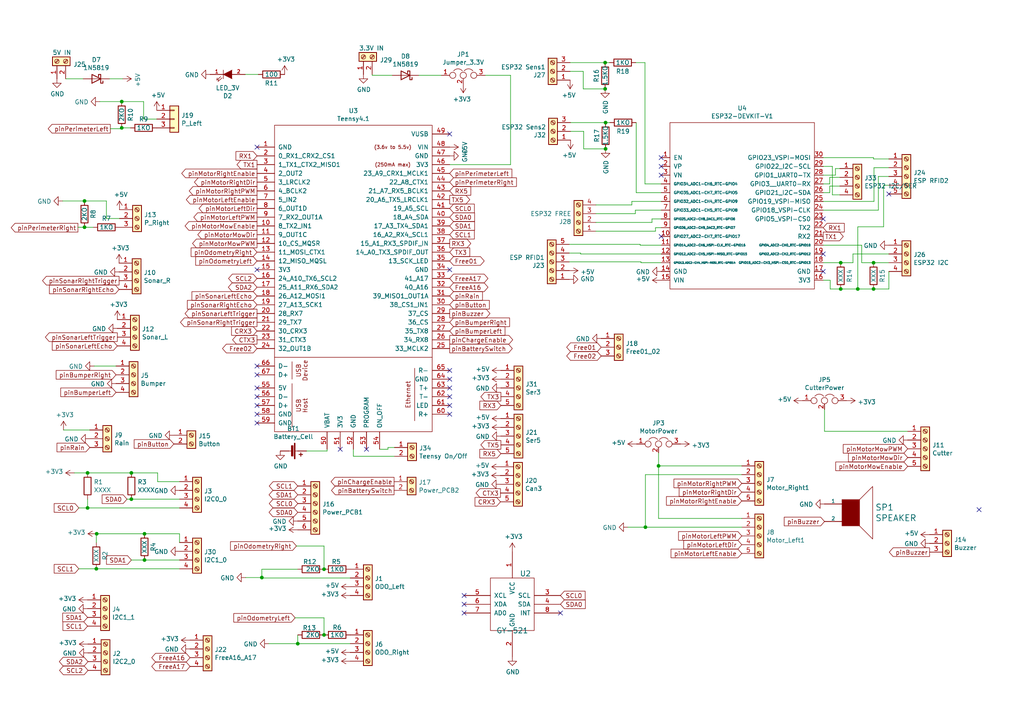
<source format=kicad_sch>
(kicad_sch (version 20210406) (generator eeschema)
  (paper "A4")
  (title_block (title "Ardumower DUE Basic Board") (date "2021-04-06") (rev "v1.0"))
  (junction (at 24.511 58.293) (diameter 0.9144))
  (junction (at 24.511 65.913) (diameter 0.9144))
  (junction (at 25.4 137.16) (diameter 0.9144))
  (junction (at 25.4 147.32) (diameter 0.9144))
  (junction (at 27.94 164.973) (diameter 0.9144))
  (junction (at 28.0416 154.813) (diameter 0.9144))
  (junction (at 35.306 29.464) (diameter 0.9144))
  (junction (at 35.306 37.084) (diameter 0.9144))
  (junction (at 38.1 137.16) (diameter 0.9144))
  (junction (at 38.1 144.78) (diameter 0.9144))
  (junction (at 41.91 154.813) (diameter 0.9144))
  (junction (at 41.91 162.433) (diameter 0.9144))
  (junction (at 75.946 167.513) (diameter 0.9144))
  (junction (at 86.36 186.69) (diameter 0.9144))
  (junction (at 93.98 165.1) (diameter 0.9144))
  (junction (at 93.98 184.15) (diameter 0.9144))
  (junction (at 175.514 18.161) (diameter 0.9144))
  (junction (at 175.514 25.781) (diameter 0.9144))
  (junction (at 175.641 35.56) (diameter 0.9144))
  (junction (at 175.641 43.18) (diameter 0.9144))
  (junction (at 187.198 152.908) (diameter 0.9144))
  (junction (at 191.008 135.128) (diameter 0.9144))
  (junction (at 243.84 76.2) (diameter 0.9144))
  (junction (at 243.84 83.82) (diameter 0.9144))
  (junction (at 248.793 83.82) (diameter 0.9144))
  (junction (at 253.365 76.2) (diameter 0.9144))
  (junction (at 253.365 83.82) (diameter 0.9144))
  (no_connect (at 74.549 42.672))
  (no_connect (at 74.549 78.232))
  (no_connect (at 74.549 106.172))
  (no_connect (at 74.549 108.712))
  (no_connect (at 74.549 112.522))
  (no_connect (at 74.549 115.062))
  (no_connect (at 74.549 117.602))
  (no_connect (at 74.549 120.142))
  (no_connect (at 74.549 122.682))
  (no_connect (at 98.679 130.302))
  (no_connect (at 106.299 130.302))
  (no_connect (at 130.429 38.862))
  (no_connect (at 130.429 78.232))
  (no_connect (at 130.429 107.442))
  (no_connect (at 130.429 109.982))
  (no_connect (at 130.429 112.522))
  (no_connect (at 130.429 115.062))
  (no_connect (at 130.429 117.602))
  (no_connect (at 130.429 120.142))
  (no_connect (at 134.62 172.72))
  (no_connect (at 134.62 175.26))
  (no_connect (at 134.62 177.8))
  (no_connect (at 162.56 177.8))
  (no_connect (at 191.77 45.72))
  (no_connect (at 191.77 48.26))
  (no_connect (at 191.77 50.8))
  (no_connect (at 191.77 68.58))
  (no_connect (at 238.76 63.5))
  (no_connect (at 238.76 73.66))
  (no_connect (at 238.76 78.74))
  (no_connect (at 257.81 56.261))
  (no_connect (at 283.972 147.828))
  (wire (pts (xy 18.161 58.293) (xy 24.511 58.293)))
  (wire (pts (xy 18.415 124.714) (xy 26.035 124.714)))
  (wire (pts (xy 19.05 22.86) (xy 24.13 22.86)))
  (wire (pts (xy 21.59 137.16) (xy 25.4 137.16)))
  (wire (pts (xy 22.606 65.913) (xy 24.511 65.913)))
  (wire (pts (xy 22.86 147.32) (xy 25.4 147.32)))
  (wire (pts (xy 22.86 164.973) (xy 27.94 164.973)))
  (wire (pts (xy 25.4 144.78) (xy 25.4 147.32)))
  (wire (pts (xy 25.4 147.32) (xy 52.07 147.32)))
  (wire (pts (xy 27.051 65.913) (xy 24.511 65.913)))
  (wire (pts (xy 27.305 106.172) (xy 33.655 106.172)))
  (wire (pts (xy 27.94 157.353) (xy 27.94 154.813)))
  (wire (pts (xy 27.94 164.973) (xy 52.07 164.973)))
  (wire (pts (xy 28.0416 154.813) (xy 27.94 154.813)))
  (wire (pts (xy 28.956 29.464) (xy 35.306 29.464)))
  (wire (pts (xy 30.861 58.293) (xy 24.511 58.293)))
  (wire (pts (xy 30.861 58.293) (xy 30.861 63.373)))
  (wire (pts (xy 30.861 63.373) (xy 34.671 63.373)))
  (wire (pts (xy 31.75 22.86) (xy 35.56 22.86)))
  (wire (pts (xy 32.004 37.338) (xy 35.306 37.338)))
  (wire (pts (xy 35.306 37.084) (xy 37.846 37.084)))
  (wire (pts (xy 35.306 37.338) (xy 35.306 37.084)))
  (wire (pts (xy 36.83 144.78) (xy 38.1 144.78)))
  (wire (pts (xy 38.1 137.16) (xy 25.4 137.16)))
  (wire (pts (xy 38.1 137.16) (xy 45.72 137.16)))
  (wire (pts (xy 38.1 144.78) (xy 52.07 144.78)))
  (wire (pts (xy 38.1 162.433) (xy 41.91 162.433)))
  (wire (pts (xy 41.656 29.464) (xy 35.306 29.464)))
  (wire (pts (xy 41.656 29.464) (xy 41.656 34.544)))
  (wire (pts (xy 41.656 34.544) (xy 45.466 34.544)))
  (wire (pts (xy 41.91 154.813) (xy 28.0416 154.813)))
  (wire (pts (xy 41.91 162.433) (xy 52.07 162.433)))
  (wire (pts (xy 45.72 137.16) (xy 45.72 139.7)))
  (wire (pts (xy 45.72 139.7) (xy 52.07 139.7)))
  (wire (pts (xy 52.07 154.813) (xy 41.91 154.813)))
  (wire (pts (xy 52.07 157.353) (xy 52.07 154.813)))
  (wire (pts (xy 74.93 21.59) (xy 71.12 21.59)))
  (wire (pts (xy 75.946 165.1) (xy 75.946 167.513)))
  (wire (pts (xy 75.946 167.513) (xy 71.247 167.513)))
  (wire (pts (xy 75.946 167.64) (xy 75.946 167.513)))
  (wire (pts (xy 77.978 186.69) (xy 86.36 186.69)))
  (wire (pts (xy 85.598 179.197) (xy 93.98 179.197)))
  (wire (pts (xy 85.979 158.369) (xy 93.98 158.369)))
  (wire (pts (xy 86.36 165.1) (xy 75.946 165.1)))
  (wire (pts (xy 86.36 184.15) (xy 86.36 186.69)))
  (wire (pts (xy 86.36 186.69) (xy 101.6 186.69)))
  (wire (pts (xy 93.98 158.369) (xy 93.98 165.1)))
  (wire (pts (xy 93.98 179.197) (xy 93.98 184.15)))
  (wire (pts (xy 94.869 130.302) (xy 94.869 130.81)))
  (wire (pts (xy 94.869 130.81) (xy 88.9 130.81)))
  (wire (pts (xy 101.6 167.64) (xy 75.946 167.64)))
  (wire (pts (xy 102.489 130.302) (xy 102.489 132.334)))
  (wire (pts (xy 102.489 132.334) (xy 114.427 132.334)))
  (wire (pts (xy 107.95 21.844) (xy 107.95 21.59)))
  (wire (pts (xy 110.109 130.302) (xy 112.522 130.302)))
  (wire (pts (xy 112.522 129.794) (xy 114.427 129.794)))
  (wire (pts (xy 112.522 130.302) (xy 112.522 129.794)))
  (wire (pts (xy 113.792 21.844) (xy 107.95 21.844)))
  (wire (pts (xy 121.412 21.844) (xy 128.016 21.844)))
  (wire (pts (xy 130.429 47.752) (xy 148.082 47.752)))
  (wire (pts (xy 140.716 21.844) (xy 148.082 21.844)))
  (wire (pts (xy 148.082 21.844) (xy 148.082 47.752)))
  (wire (pts (xy 165.1 75.946) (xy 185.928 75.946)))
  (wire (pts (xy 165.354 18.161) (xy 175.514 18.161)))
  (wire (pts (xy 165.481 35.56) (xy 175.641 35.56)))
  (wire (pts (xy 168.402 73.406) (xy 165.1 73.406)))
  (wire (pts (xy 168.402 73.66) (xy 168.402 73.406)))
  (wire (pts (xy 169.164 20.701) (xy 165.354 20.701)))
  (wire (pts (xy 169.164 25.781) (xy 169.164 20.701)))
  (wire (pts (xy 169.164 25.781) (xy 175.514 25.781)))
  (wire (pts (xy 169.291 38.1) (xy 165.481 38.1)))
  (wire (pts (xy 169.291 43.18) (xy 169.291 38.1)))
  (wire (pts (xy 169.291 43.18) (xy 175.641 43.18)))
  (wire (pts (xy 172.847 59.436) (xy 183.261 59.436)))
  (wire (pts (xy 172.847 61.976) (xy 184.277 61.976)))
  (wire (pts (xy 172.847 64.516) (xy 189.103 64.516)))
  (wire (pts (xy 172.847 67.056) (xy 190.119 67.056)))
  (wire (pts (xy 176.784 18.161) (xy 175.514 18.161)))
  (wire (pts (xy 176.911 35.56) (xy 175.641 35.56)))
  (wire (pts (xy 182.118 152.908) (xy 187.198 152.908)))
  (wire (pts (xy 183.261 58.42) (xy 191.77 58.42)))
  (wire (pts (xy 183.261 59.436) (xy 183.261 58.42)))
  (wire (pts (xy 184.277 60.96) (xy 191.77 60.96)))
  (wire (pts (xy 184.277 61.976) (xy 184.277 60.96)))
  (wire (pts (xy 184.531 35.56) (xy 184.531 55.88)))
  (wire (pts (xy 184.531 55.88) (xy 191.77 55.88)))
  (wire (pts (xy 185.674 70.866) (xy 165.1 70.866)))
  (wire (pts (xy 185.674 71.12) (xy 185.674 70.866)))
  (wire (pts (xy 185.674 71.12) (xy 191.77 71.12)))
  (wire (pts (xy 185.928 75.946) (xy 185.928 76.2)))
  (wire (pts (xy 185.928 76.2) (xy 191.77 76.2)))
  (wire (pts (xy 187.071 18.161) (xy 184.404 18.161)))
  (wire (pts (xy 187.071 53.34) (xy 187.071 18.161)))
  (wire (pts (xy 187.198 137.668) (xy 187.198 152.908)))
  (wire (pts (xy 187.198 152.908) (xy 215.138 152.908)))
  (wire (pts (xy 189.103 63.5) (xy 191.77 63.5)))
  (wire (pts (xy 189.103 64.516) (xy 189.103 63.5)))
  (wire (pts (xy 190.119 66.04) (xy 191.77 66.04)))
  (wire (pts (xy 190.119 67.056) (xy 190.119 66.04)))
  (wire (pts (xy 191.008 131.318) (xy 191.008 135.128)))
  (wire (pts (xy 191.008 135.128) (xy 191.008 150.368)))
  (wire (pts (xy 191.77 53.34) (xy 187.071 53.34)))
  (wire (pts (xy 191.77 73.66) (xy 168.402 73.66)))
  (wire (pts (xy 215.138 135.128) (xy 191.008 135.128)))
  (wire (pts (xy 215.138 137.668) (xy 187.198 137.668)))
  (wire (pts (xy 215.138 150.368) (xy 191.008 150.368)))
  (wire (pts (xy 238.76 45.72) (xy 253.365 45.72)))
  (wire (pts (xy 238.76 48.26) (xy 241.427 48.26)))
  (wire (pts (xy 238.76 50.8) (xy 242.316 50.8)))
  (wire (pts (xy 238.76 53.34) (xy 240.665 53.34)))
  (wire (pts (xy 238.76 55.88) (xy 240.665 55.88)))
  (wire (pts (xy 238.76 58.42) (xy 253.492 58.42)))
  (wire (pts (xy 238.76 60.96) (xy 254.762 60.96)))
  (wire (pts (xy 238.76 71.12) (xy 249.936 71.12)))
  (wire (pts (xy 238.76 81.28) (xy 240.792 81.28)))
  (wire (pts (xy 239.141 118.745) (xy 239.141 125.095)))
  (wire (pts (xy 239.141 125.095) (xy 263.271 125.095)))
  (wire (pts (xy 240.665 51.435) (xy 243.586 51.435)))
  (wire (pts (xy 240.665 53.34) (xy 240.665 51.435)))
  (wire (pts (xy 240.665 53.975) (xy 243.586 53.975)))
  (wire (pts (xy 240.665 55.88) (xy 240.665 53.975)))
  (wire (pts (xy 240.792 81.28) (xy 240.792 83.82)))
  (wire (pts (xy 240.792 83.82) (xy 243.84 83.82)))
  (wire (pts (xy 241.427 48.26) (xy 241.427 56.515)))
  (wire (pts (xy 241.427 56.515) (xy 243.586 56.515)))
  (wire (pts (xy 242.316 48.895) (xy 243.586 48.895)))
  (wire (pts (xy 242.316 50.8) (xy 242.316 48.895)))
  (wire (pts (xy 243.84 76.2) (xy 238.76 76.2)))
  (wire (pts (xy 243.84 83.82) (xy 248.793 83.82)))
  (wire (pts (xy 247.396 73.66) (xy 247.396 76.2)))
  (wire (pts (xy 247.396 76.2) (xy 243.84 76.2)))
  (wire (pts (xy 248.793 65.786) (xy 248.793 83.82)))
  (wire (pts (xy 248.793 83.82) (xy 253.365 83.82)))
  (wire (pts (xy 249.936 71.12) (xy 249.936 76.2)))
  (wire (pts (xy 249.936 76.2) (xy 253.365 76.2)))
  (wire (pts (xy 253.365 45.72) (xy 253.365 46.101)))
  (wire (pts (xy 253.365 46.101) (xy 257.81 46.101)))
  (wire (pts (xy 253.365 76.2) (xy 257.81 76.2)))
  (wire (pts (xy 253.365 83.82) (xy 257.81 83.82)))
  (wire (pts (xy 253.492 48.641) (xy 257.81 48.641)))
  (wire (pts (xy 253.492 58.42) (xy 253.492 48.641)))
  (wire (pts (xy 254.762 51.181) (xy 257.81 51.181)))
  (wire (pts (xy 254.762 60.96) (xy 254.762 51.181)))
  (wire (pts (xy 256.286 53.721) (xy 256.286 65.786)))
  (wire (pts (xy 256.286 65.786) (xy 248.793 65.786)))
  (wire (pts (xy 257.81 53.721) (xy 256.286 53.721)))
  (wire (pts (xy 257.81 73.66) (xy 247.396 73.66)))
  (wire (pts (xy 257.81 83.82) (xy 257.81 78.74)))
  (global_label "pinPerimeterRight" (shape output) (at 22.606 66.04 180) (property "Intersheet References" "${INTERSHEET_REFS}" (effects hide)))
  (global_label "SCL0" (shape input) (at 22.86 147.32 180) (property "Intersheet References" "${INTERSHEET_REFS}" (effects hide)))
  (global_label "SCL1" (shape input) (at 22.86 164.973 180) (property "Intersheet References" "${INTERSHEET_REFS}" (effects hide)))
  (global_label "SDA1" (shape input) (at 25.4 179.07 180) (property "Intersheet References" "${INTERSHEET_REFS}" (effects hide)))
  (global_label "SCL1" (shape input) (at 25.4 181.61 180) (property "Intersheet References" "${INTERSHEET_REFS}" (effects hide)))
  (global_label "SDA2" (shape bidirectional) (at 25.527 191.897 180) (property "Intersheet References" "${INTERSHEET_REFS}" (effects hide)))
  (global_label "SCL2" (shape bidirectional) (at 25.527 194.437 180) (property "Intersheet References" "${INTERSHEET_REFS}" (effects hide)))
  (global_label "pinRain" (shape input) (at 26.035 129.794 180) (property "Intersheet References" "${INTERSHEET_REFS}" (effects hide)))
  (global_label "pinPerimeterLeft" (shape output) (at 32.004 37.338 180) (property "Intersheet References" "${INTERSHEET_REFS}" (effects hide)))
  (global_label "pinBumperRight" (shape input) (at 33.655 108.712 180) (property "Intersheet References" "${INTERSHEET_REFS}" (effects hide)))
  (global_label "pinBumperLeft" (shape input) (at 33.655 113.792 180) (property "Intersheet References" "${INTERSHEET_REFS}" (effects hide)))
  (global_label "pinSonarLeftTrigger" (shape output) (at 34.036 97.79 180) (property "Intersheet References" "${INTERSHEET_REFS}" (effects hide)))
  (global_label "pinSonarLeftEcho" (shape input) (at 34.036 100.33 180) (property "Intersheet References" "${INTERSHEET_REFS}" (effects hide)))
  (global_label "pinSonarRightTrigger" (shape output) (at 34.544 81.407 180) (property "Intersheet References" "${INTERSHEET_REFS}" (effects hide)))
  (global_label "pinSonarRightEcho" (shape input) (at 34.544 83.947 180) (property "Intersheet References" "${INTERSHEET_REFS}" (effects hide)))
  (global_label "SDA0" (shape input) (at 36.83 144.78 180) (property "Intersheet References" "${INTERSHEET_REFS}" (effects hide)))
  (global_label "SDA1" (shape input) (at 38.1 162.433 180) (property "Intersheet References" "${INTERSHEET_REFS}" (effects hide)))
  (global_label "pinButton" (shape input) (at 50.419 128.778 180) (property "Intersheet References" "${INTERSHEET_REFS}" (effects hide)))
  (global_label "FreeA16" (shape bidirectional) (at 55.118 190.754 180) (property "Intersheet References" "${INTERSHEET_REFS}" (effects hide)))
  (global_label "FreeA17" (shape bidirectional) (at 55.118 193.294 180) (property "Intersheet References" "${INTERSHEET_REFS}" (effects hide)))
  (global_label "RX1" (shape input) (at 74.549 45.212 180) (property "Intersheet References" "${INTERSHEET_REFS}" (effects hide)))
  (global_label "TX1" (shape output) (at 74.549 47.752 180) (property "Intersheet References" "${INTERSHEET_REFS}" (effects hide)))
  (global_label "pinMotorRightEnable" (shape output) (at 74.549 50.292 180) (property "Intersheet References" "${INTERSHEET_REFS}" (effects hide)))
  (global_label "pinMotorRightDir" (shape output) (at 74.549 52.832 180) (property "Intersheet References" "${INTERSHEET_REFS}" (effects hide)))
  (global_label "pinMotorRightPWM" (shape output) (at 74.549 55.372 180) (property "Intersheet References" "${INTERSHEET_REFS}" (effects hide)))
  (global_label "pinMotorLeftEnable" (shape output) (at 74.549 57.912 180) (property "Intersheet References" "${INTERSHEET_REFS}" (effects hide)))
  (global_label "pinMotorLeftDir" (shape output) (at 74.549 60.452 180) (property "Intersheet References" "${INTERSHEET_REFS}" (effects hide)))
  (global_label "pinMotorLeftPWM" (shape output) (at 74.549 62.992 180) (property "Intersheet References" "${INTERSHEET_REFS}" (effects hide)))
  (global_label "pinMotorMowEnable" (shape output) (at 74.549 65.532 180) (property "Intersheet References" "${INTERSHEET_REFS}" (effects hide)))
  (global_label "pinMotorMowDir" (shape output) (at 74.549 68.072 180) (property "Intersheet References" "${INTERSHEET_REFS}" (effects hide)))
  (global_label "pinMotorMowPWM" (shape output) (at 74.549 70.612 180) (property "Intersheet References" "${INTERSHEET_REFS}" (effects hide)))
  (global_label "pinOdometryRight" (shape input) (at 74.549 73.152 180) (property "Intersheet References" "${INTERSHEET_REFS}" (effects hide)))
  (global_label "pinOdometryLeft" (shape input) (at 74.549 75.692 180) (property "Intersheet References" "${INTERSHEET_REFS}" (effects hide)))
  (global_label "SCL2" (shape bidirectional) (at 74.549 80.772 180) (property "Intersheet References" "${INTERSHEET_REFS}" (effects hide)))
  (global_label "SDA2" (shape bidirectional) (at 74.549 83.312 180) (property "Intersheet References" "${INTERSHEET_REFS}" (effects hide)))
  (global_label "pinSonarLeftEcho" (shape input) (at 74.549 85.852 180) (property "Intersheet References" "${INTERSHEET_REFS}" (effects hide)))
  (global_label "pinSonarRightEcho" (shape input) (at 74.549 88.392 180) (property "Intersheet References" "${INTERSHEET_REFS}" (effects hide)))
  (global_label "pinSonarLeftTrigger" (shape output) (at 74.549 90.932 180) (property "Intersheet References" "${INTERSHEET_REFS}" (effects hide)))
  (global_label "pinSonarRightTrigger" (shape output) (at 74.549 93.472 180) (property "Intersheet References" "${INTERSHEET_REFS}" (effects hide)))
  (global_label "CRX3" (shape input) (at 74.549 96.012 180) (property "Intersheet References" "${INTERSHEET_REFS}" (effects hide)))
  (global_label "CTX3" (shape output) (at 74.549 98.552 180) (property "Intersheet References" "${INTERSHEET_REFS}" (effects hide)))
  (global_label "Free02" (shape bidirectional) (at 74.549 101.092 180) (property "Intersheet References" "${INTERSHEET_REFS}" (effects hide)))
  (global_label "pinOdometryLeft" (shape input) (at 85.598 179.197 180) (property "Intersheet References" "${INTERSHEET_REFS}" (effects hide)))
  (global_label "pinOdometryRight" (shape input) (at 85.979 158.369 180) (property "Intersheet References" "${INTERSHEET_REFS}" (effects hide)))
  (global_label "SCL1" (shape bidirectional) (at 86.36 140.97 180) (property "Intersheet References" "${INTERSHEET_REFS}" (effects hide)))
  (global_label "SDA1" (shape bidirectional) (at 86.36 143.51 180) (property "Intersheet References" "${INTERSHEET_REFS}" (effects hide)))
  (global_label "SCL0" (shape bidirectional) (at 86.36 146.05 180) (property "Intersheet References" "${INTERSHEET_REFS}" (effects hide)))
  (global_label "SDA0" (shape bidirectional) (at 86.36 148.59 180) (property "Intersheet References" "${INTERSHEET_REFS}" (effects hide)))
  (global_label "pinChargeEnable" (shape output) (at 114.3 139.7 180) (property "Intersheet References" "${INTERSHEET_REFS}" (effects hide)))
  (global_label "pinBatterySwitch" (shape output) (at 114.3 142.24 180) (property "Intersheet References" "${INTERSHEET_REFS}" (effects hide)))
  (global_label "pinPerimeterLeft" (shape input) (at 130.429 50.292 0) (property "Intersheet References" "${INTERSHEET_REFS}" (effects hide)))
  (global_label "pinPerimeterRight" (shape input) (at 130.429 52.832 0) (property "Intersheet References" "${INTERSHEET_REFS}" (effects hide)))
  (global_label "RX5" (shape input) (at 130.429 55.372 0) (property "Intersheet References" "${INTERSHEET_REFS}" (effects hide)))
  (global_label "TX5" (shape output) (at 130.429 57.912 0) (property "Intersheet References" "${INTERSHEET_REFS}" (effects hide)))
  (global_label "SCL0" (shape input) (at 130.429 60.452 0) (property "Intersheet References" "${INTERSHEET_REFS}" (effects hide)))
  (global_label "SDA0" (shape input) (at 130.429 62.992 0) (property "Intersheet References" "${INTERSHEET_REFS}" (effects hide)))
  (global_label "SDA1" (shape input) (at 130.429 65.532 0) (property "Intersheet References" "${INTERSHEET_REFS}" (effects hide)))
  (global_label "SCL1" (shape input) (at 130.429 68.072 0) (property "Intersheet References" "${INTERSHEET_REFS}" (effects hide)))
  (global_label "RX3" (shape output) (at 130.429 70.612 0) (property "Intersheet References" "${INTERSHEET_REFS}" (effects hide)))
  (global_label "TX3" (shape input) (at 130.429 73.152 0) (property "Intersheet References" "${INTERSHEET_REFS}" (effects hide)))
  (global_label "Free01" (shape bidirectional) (at 130.429 75.692 0) (property "Intersheet References" "${INTERSHEET_REFS}" (effects hide)))
  (global_label "FreeA17" (shape bidirectional) (at 130.429 80.772 0) (property "Intersheet References" "${INTERSHEET_REFS}" (effects hide)))
  (global_label "FreeA16" (shape bidirectional) (at 130.429 83.312 0) (property "Intersheet References" "${INTERSHEET_REFS}" (effects hide)))
  (global_label "pinRain" (shape input) (at 130.429 85.852 0) (property "Intersheet References" "${INTERSHEET_REFS}" (effects hide)))
  (global_label "pinButton" (shape input) (at 130.429 88.392 0) (property "Intersheet References" "${INTERSHEET_REFS}" (effects hide)))
  (global_label "pinBuzzer" (shape output) (at 130.429 90.932 0) (property "Intersheet References" "${INTERSHEET_REFS}" (effects hide)))
  (global_label "pinBumperRight" (shape input) (at 130.429 93.472 0) (property "Intersheet References" "${INTERSHEET_REFS}" (effects hide)))
  (global_label "pinBumperLeft" (shape input) (at 130.429 96.012 0) (property "Intersheet References" "${INTERSHEET_REFS}" (effects hide)))
  (global_label "pinChargeEnable" (shape output) (at 130.429 98.552 0) (property "Intersheet References" "${INTERSHEET_REFS}" (effects hide)))
  (global_label "pinBatterySwitch" (shape output) (at 130.429 101.092 0) (property "Intersheet References" "${INTERSHEET_REFS}" (effects hide)))
  (global_label "CTX3" (shape output) (at 145.161 143.002 180) (property "Intersheet References" "${INTERSHEET_REFS}" (effects hide)))
  (global_label "CRX3" (shape input) (at 145.161 145.542 180) (property "Intersheet References" "${INTERSHEET_REFS}" (effects hide)))
  (global_label "TX3" (shape output) (at 145.288 115.062 180) (property "Intersheet References" "${INTERSHEET_REFS}" (effects hide)))
  (global_label "RX3" (shape input) (at 145.288 117.602 180) (property "Intersheet References" "${INTERSHEET_REFS}" (effects hide)))
  (global_label "TX5" (shape output) (at 145.288 129.032 180) (property "Intersheet References" "${INTERSHEET_REFS}" (effects hide)))
  (global_label "RX5" (shape input) (at 145.288 131.572 180) (property "Intersheet References" "${INTERSHEET_REFS}" (effects hide)))
  (global_label "SCL0" (shape input) (at 162.56 172.72 0) (property "Intersheet References" "${INTERSHEET_REFS}" (effects hide)))
  (global_label "SDA0" (shape input) (at 162.56 175.26 0) (property "Intersheet References" "${INTERSHEET_REFS}" (effects hide)))
  (global_label "Free01" (shape bidirectional) (at 174.371 100.711 180) (property "Intersheet References" "${INTERSHEET_REFS}" (effects hide)))
  (global_label "Free02" (shape bidirectional) (at 174.371 103.251 180) (property "Intersheet References" "${INTERSHEET_REFS}" (effects hide)))
  (global_label "pinMotorRightPWM" (shape input) (at 215.138 140.208 180) (property "Intersheet References" "${INTERSHEET_REFS}" (effects hide)))
  (global_label "pinMotorRightDir" (shape input) (at 215.138 142.748 180) (property "Intersheet References" "${INTERSHEET_REFS}" (effects hide)))
  (global_label "pinMotorRightEnable" (shape input) (at 215.138 145.288 180) (property "Intersheet References" "${INTERSHEET_REFS}" (effects hide)))
  (global_label "pinMotorLeftPWM" (shape input) (at 215.138 155.448 180) (property "Intersheet References" "${INTERSHEET_REFS}" (effects hide)))
  (global_label "pinMotorLeftDir" (shape input) (at 215.138 157.988 180) (property "Intersheet References" "${INTERSHEET_REFS}" (effects hide)))
  (global_label "pinMotorLeftEnable" (shape input) (at 215.138 160.528 180) (property "Intersheet References" "${INTERSHEET_REFS}" (effects hide)))
  (global_label "RX1" (shape input) (at 238.76 66.04 0) (property "Intersheet References" "${INTERSHEET_REFS}" (effects hide)))
  (global_label "TX1" (shape output) (at 238.76 68.58 0) (property "Intersheet References" "${INTERSHEET_REFS}" (effects hide)))
  (global_label "pinBuzzer" (shape input) (at 239.141 151.257 180) (property "Intersheet References" "${INTERSHEET_REFS}" (effects hide)))
  (global_label "pinMotorMowPWM" (shape input) (at 263.271 130.175 180) (property "Intersheet References" "${INTERSHEET_REFS}" (effects hide)))
  (global_label "pinMotorMowDir" (shape input) (at 263.271 132.715 180) (property "Intersheet References" "${INTERSHEET_REFS}" (effects hide)))
  (global_label "pinMotorMowEnable" (shape input) (at 263.271 135.255 180) (property "Intersheet References" "${INTERSHEET_REFS}" (effects hide)))
  (global_label "pinBuzzer" (shape output) (at 269.621 160.147 180) (property "Intersheet References" "${INTERSHEET_REFS}" (effects hide)))
  (symbol (lib_id "power:+3.3V") (at 18.415 124.714 0) (unit 1)
    (property "Reference" "#PWR011" (effects hide))
    (property "Value" "+3.3V" (at 18.796 120.3198 0))
  )
  (symbol (lib_id "power:+3V3") (at 21.59 137.16 90) (unit 1)
    (property "Reference" "#PWR041" (effects hide))
    (property "Value" "+3V3" (at 18.3388 136.779 90) (effects (justify left)))
  )
  (symbol (lib_id "power:+3.3V") (at 25.4 173.99 90) (unit 1)
    (property "Reference" "#PWR06" (effects hide))
    (property "Value" "+3.3V" (at 22.1488 173.609 90) (effects (justify left)))
  )
  (symbol (lib_id "power:+3.3V") (at 25.527 186.817 90) (unit 1)
    (property "Reference" "#PWR02" (effects hide))
    (property "Value" "+3.3V" (at 22.2758 186.436 90) (effects (justify left)))
  )
  (symbol (lib_id "power:+3.3V") (at 28.0416 154.813 90) (unit 1)
    (property "Reference" "#PWR043" (effects hide))
    (property "Value" "+3.3V" (at 24.7904 154.432 90) (effects (justify left)))
  )
  (symbol (lib_id "power:+3.3V") (at 34.036 92.71 0) (unit 1)
    (property "Reference" "#PWR038" (effects hide))
    (property "Value" "+3.3V" (at 34.417 88.3158 0))
  )
  (symbol (lib_id "power:+3.3V") (at 34.544 76.327 0) (unit 1)
    (property "Reference" "#PWR024" (effects hide))
    (property "Value" "+3.3V" (at 34.925 71.9328 0))
  )
  (symbol (lib_id "power:+5V") (at 34.671 60.833 0) (unit 1)
    (property "Reference" "#PWR026" (effects hide))
    (property "Value" "+5V" (at 35.052 56.4388 0))
  )
  (symbol (lib_id "power:+5V") (at 35.56 22.86 270) (unit 1)
    (property "Reference" "#PWR039" (effects hide))
    (property "Value" "+5V" (at 39.9542 23.241 0))
  )
  (symbol (lib_id "power:+5V") (at 45.466 32.004 0) (unit 1)
    (property "Reference" "#PWR034" (effects hide))
    (property "Value" "+5V" (at 45.847 27.6098 0))
  )
  (symbol (lib_id "power:+3.3V") (at 55.118 185.674 90) (unit 1)
    (property "Reference" "#PWR058" (effects hide))
    (property "Value" "+3.3V" (at 51.8668 185.293 90) (effects (justify left)))
  )
  (symbol (lib_id "power:+3.3V") (at 82.55 21.59 0) (unit 1)
    (property "Reference" "#PWR0103" (effects hide))
    (property "Value" "+3.3V" (at 82.931 17.1958 0))
  )
  (symbol (lib_id "power:+3.3V") (at 86.36 153.67 90) (unit 1)
    (property "Reference" "#PWR045" (effects hide))
    (property "Value" "+3.3V" (at 83.1088 153.289 90) (effects (justify left)))
  )
  (symbol (lib_id "power:+5V") (at 101.6 170.18 90) (unit 1)
    (property "Reference" "#PWR015" (effects hide))
    (property "Value" "+5V" (at 98.3488 169.799 90) (effects (justify left)))
  )
  (symbol (lib_id "power:+3.3V") (at 101.6 172.72 90) (unit 1)
    (property "Reference" "#PWR016" (effects hide))
    (property "Value" "+3.3V" (at 98.3488 172.339 90) (effects (justify left)))
  )
  (symbol (lib_id "power:+5V") (at 101.6 189.23 90) (unit 1)
    (property "Reference" "#PWR018" (effects hide))
    (property "Value" "+5V" (at 98.3488 188.849 90) (effects (justify left)))
  )
  (symbol (lib_id "power:+3.3V") (at 101.6 191.77 90) (unit 1)
    (property "Reference" "#PWR025" (effects hide))
    (property "Value" "+3.3V" (at 98.3488 191.389 90) (effects (justify left)))
  )
  (symbol (lib_id "power:+5V") (at 130.429 42.672 270) (unit 1)
    (property "Reference" "#PWR0101" (effects hide))
    (property "Value" "+5V" (at 134.8232 43.053 0))
  )
  (symbol (lib_id "power:+3.3V") (at 134.366 24.384 180) (unit 1)
    (property "Reference" "#PWR050" (effects hide))
    (property "Value" "+3.3V" (at 133.985 28.7782 0))
  )
  (symbol (lib_id "power:+5V") (at 145.161 135.382 90) (unit 1)
    (property "Reference" "#PWR052" (effects hide))
    (property "Value" "+5V" (at 141.9098 135.001 90) (effects (justify left)))
  )
  (symbol (lib_id "power:+3.3V") (at 145.161 137.922 90) (unit 1)
    (property "Reference" "#PWR053" (effects hide))
    (property "Value" "+3.3V" (at 141.9098 137.541 90) (effects (justify left)))
  )
  (symbol (lib_id "power:+5V") (at 145.288 107.442 90) (unit 1)
    (property "Reference" "#PWR078" (effects hide))
    (property "Value" "+5V" (at 142.0368 107.061 90) (effects (justify left)))
  )
  (symbol (lib_id "power:+3.3V") (at 145.288 109.982 90) (unit 1)
    (property "Reference" "#PWR079" (effects hide))
    (property "Value" "+3.3V" (at 142.0368 109.601 90) (effects (justify left)))
  )
  (symbol (lib_id "power:+5V") (at 145.288 121.412 90) (unit 1)
    (property "Reference" "#PWR055" (effects hide))
    (property "Value" "+5V" (at 142.0368 121.031 90) (effects (justify left)))
  )
  (symbol (lib_id "power:+3.3V") (at 145.288 123.952 90) (unit 1)
    (property "Reference" "#PWR056" (effects hide))
    (property "Value" "+3.3V" (at 142.0368 123.571 90) (effects (justify left)))
  )
  (symbol (lib_id "power:+3.3V") (at 148.59 160.02 0) (unit 1)
    (property "Reference" "#PWR04" (effects hide))
    (property "Value" "+3.3V" (at 148.971 155.6258 0))
  )
  (symbol (lib_id "power:+5V") (at 165.1 78.486 270) (unit 1)
    (property "Reference" "#PWR060" (effects hide))
    (property "Value" "+5V" (at 168.3512 78.867 90) (effects (justify left)))
  )
  (symbol (lib_id "power:+5V") (at 165.354 23.241 180) (unit 1)
    (property "Reference" "#PWR027" (effects hide))
    (property "Value" "+5V" (at 164.973 27.6352 0))
  )
  (symbol (lib_id "power:+5V") (at 165.481 40.64 180) (unit 1)
    (property "Reference" "#PWR063" (effects hide))
    (property "Value" "+5V" (at 165.1 45.0342 0))
  )
  (symbol (lib_id "power:+5V") (at 184.658 128.778 90) (unit 1)
    (property "Reference" "#PWR032" (effects hide))
    (property "Value" "+5V" (at 181.4068 128.397 90) (effects (justify left)))
  )
  (symbol (lib_id "power:+5V") (at 191.77 81.28 90) (unit 1)
    (property "Reference" "#PWR09" (effects hide))
    (property "Value" "+5V" (at 188.5188 80.899 90) (effects (justify left)))
  )
  (symbol (lib_id "power:+3.3V") (at 197.358 128.778 270) (unit 1)
    (property "Reference" "#PWR036" (effects hide))
    (property "Value" "+3.3V" (at 200.6092 129.159 90) (effects (justify left)))
  )
  (symbol (lib_id "power:+5V") (at 232.791 116.205 90) (unit 1)
    (property "Reference" "#PWR033" (effects hide))
    (property "Value" "+5V" (at 229.5398 115.824 90) (effects (justify left)))
  )
  (symbol (lib_id "power:+3.3V") (at 245.491 116.205 270) (unit 1)
    (property "Reference" "#PWR037" (effects hide))
    (property "Value" "+3.3V" (at 248.7422 116.586 90) (effects (justify left)))
  )
  (symbol (lib_id "power:+5V") (at 269.621 155.067 90) (unit 1)
    (property "Reference" "#PWR028" (effects hide))
    (property "Value" "+5V" (at 266.3698 154.686 90) (effects (justify left)))
  )
  (symbol (lib_id "power:GND") (at 16.51 22.86 0) (unit 1)
    (property "Reference" "#PWR023" (effects hide))
    (property "Value" "GND" (at 16.637 27.2542 0))
  )
  (symbol (lib_id "power:GND") (at 18.161 58.293 270) (unit 1)
    (property "Reference" "#PWR021" (effects hide))
    (property "Value" "GND" (at 14.9098 58.42 90) (effects (justify right)))
  )
  (symbol (lib_id "power:GND") (at 25.4 176.53 270) (unit 1)
    (property "Reference" "#PWR07" (effects hide))
    (property "Value" "GND" (at 22.1488 176.657 90) (effects (justify right)))
  )
  (symbol (lib_id "power:GND") (at 25.527 189.357 270) (unit 1)
    (property "Reference" "#PWR03" (effects hide))
    (property "Value" "GND" (at 22.2758 189.484 90) (effects (justify right)))
  )
  (symbol (lib_id "power:GND") (at 26.035 127.254 270) (unit 1)
    (property "Reference" "#PWR017" (effects hide))
    (property "Value" "GND" (at 22.7838 127.381 90) (effects (justify right)))
  )
  (symbol (lib_id "power:GND") (at 27.305 106.172 270) (unit 1)
    (property "Reference" "#PWR012" (effects hide))
    (property "Value" "GND" (at 24.0538 106.299 90) (effects (justify right)))
  )
  (symbol (lib_id "power:GND") (at 28.956 29.464 270) (unit 1)
    (property "Reference" "#PWR022" (effects hide))
    (property "Value" "GND" (at 25.7048 29.591 90) (effects (justify right)))
  )
  (symbol (lib_id "power:GND") (at 33.655 111.252 270) (unit 1)
    (property "Reference" "#PWR013" (effects hide))
    (property "Value" "GND" (at 30.4038 111.379 90) (effects (justify right)))
  )
  (symbol (lib_id "power:GND") (at 34.036 95.25 270) (unit 1)
    (property "Reference" "#PWR019" (effects hide))
    (property "Value" "GND" (at 30.7848 95.377 90) (effects (justify right)))
  )
  (symbol (lib_id "power:GND") (at 34.544 78.867 270) (unit 1)
    (property "Reference" "#PWR020" (effects hide))
    (property "Value" "GND" (at 31.2928 78.994 90) (effects (justify right)))
  )
  (symbol (lib_id "power:GND") (at 50.419 126.238 270) (unit 1)
    (property "Reference" "#PWR030" (effects hide))
    (property "Value" "GND" (at 47.1678 126.365 90) (effects (justify right)))
  )
  (symbol (lib_id "power:GND") (at 52.07 142.24 270) (unit 1)
    (property "Reference" "#PWR044" (effects hide))
    (property "Value" "GND" (at 48.8188 142.367 90) (effects (justify right)))
  )
  (symbol (lib_id "power:GND") (at 52.07 159.893 270) (unit 1)
    (property "Reference" "#PWR068" (effects hide))
    (property "Value" "GND" (at 48.8188 160.02 90) (effects (justify right)))
  )
  (symbol (lib_id "power:GND") (at 55.118 188.214 270) (unit 1)
    (property "Reference" "#PWR059" (effects hide))
    (property "Value" "GND" (at 51.8668 188.341 90) (effects (justify right)))
  )
  (symbol (lib_id "power:GND") (at 60.96 21.59 270) (unit 1)
    (property "Reference" "#PWR042" (effects hide))
    (property "Value" "GND" (at 57.7088 21.717 90) (effects (justify right)))
  )
  (symbol (lib_id "power:GND") (at 71.247 167.513 270) (unit 1)
    (property "Reference" "#PWR010" (effects hide))
    (property "Value" "GND" (at 67.9958 167.64 90) (effects (justify right)))
  )
  (symbol (lib_id "power:GND") (at 77.978 186.69 270) (unit 1)
    (property "Reference" "#PWR014" (effects hide))
    (property "Value" "GND" (at 74.7268 186.817 90) (effects (justify right)))
  )
  (symbol (lib_id "power:GND") (at 81.28 130.81 0) (unit 1)
    (property "Reference" "#PWR046" (effects hide))
    (property "Value" "GND" (at 81.407 135.2042 0))
  )
  (symbol (lib_id "power:GND") (at 86.36 151.13 270) (unit 1)
    (property "Reference" "#PWR08" (effects hide))
    (property "Value" "GND" (at 83.1088 151.257 90) (effects (justify right)))
  )
  (symbol (lib_id "power:GND") (at 105.41 21.59 0) (unit 1)
    (property "Reference" "#PWR049" (effects hide))
    (property "Value" "GND" (at 105.537 25.9842 0))
  )
  (symbol (lib_id "power:GND") (at 130.429 45.212 90) (unit 1)
    (property "Reference" "#PWR0102" (effects hide))
    (property "Value" "GND" (at 134.8232 45.085 0))
  )
  (symbol (lib_id "power:GND") (at 145.161 140.462 270) (unit 1)
    (property "Reference" "#PWR054" (effects hide))
    (property "Value" "GND" (at 141.9098 140.589 90) (effects (justify right)))
  )
  (symbol (lib_id "power:GND") (at 145.288 112.522 270) (unit 1)
    (property "Reference" "#PWR080" (effects hide))
    (property "Value" "GND" (at 142.0368 112.649 90) (effects (justify right)))
  )
  (symbol (lib_id "power:GND") (at 145.288 126.492 270) (unit 1)
    (property "Reference" "#PWR057" (effects hide))
    (property "Value" "GND" (at 142.0368 126.619 90) (effects (justify right)))
  )
  (symbol (lib_id "power:GND") (at 148.59 190.5 0) (unit 1)
    (property "Reference" "#PWR05" (effects hide))
    (property "Value" "GND" (at 148.717 194.8942 0))
  )
  (symbol (lib_id "power:GND") (at 165.1 81.026 90) (unit 1)
    (property "Reference" "#PWR061" (effects hide))
    (property "Value" "GND" (at 168.3512 80.899 90) (effects (justify right)))
  )
  (symbol (lib_id "power:GND") (at 174.371 98.171 270) (unit 1)
    (property "Reference" "#PWR051" (effects hide))
    (property "Value" "GND" (at 171.1198 98.298 90) (effects (justify right)))
  )
  (symbol (lib_id "power:GND") (at 175.514 25.781 0) (unit 1)
    (property "Reference" "#PWR064" (effects hide))
    (property "Value" "GND" (at 175.641 29.0322 90) (effects (justify right)))
  )
  (symbol (lib_id "power:GND") (at 175.641 43.18 0) (unit 1)
    (property "Reference" "#PWR065" (effects hide))
    (property "Value" "GND" (at 175.768 46.4312 90) (effects (justify right)))
  )
  (symbol (lib_id "power:GND") (at 182.118 152.908 270) (unit 1)
    (property "Reference" "#PWR031" (effects hide))
    (property "Value" "GND" (at 178.8668 153.035 90) (effects (justify right)))
  )
  (symbol (lib_id "power:GND") (at 191.77 78.74 270) (unit 1)
    (property "Reference" "#PWR01" (effects hide))
    (property "Value" "GND" (at 188.5188 78.867 90) (effects (justify right)))
  )
  (symbol (lib_id "power:GND") (at 239.141 146.177 270) (unit 1)
    (property "Reference" "#PWR035" (effects hide))
    (property "Value" "GND" (at 235.8898 146.304 90) (effects (justify right)))
  )
  (symbol (lib_id "power:GND") (at 257.81 71.12 270) (unit 1)
    (property "Reference" "#PWR062" (effects hide))
    (property "Value" "GND" (at 254.5588 71.247 90) (effects (justify right)))
  )
  (symbol (lib_id "power:GND") (at 263.271 127.635 270) (unit 1)
    (property "Reference" "#PWR040" (effects hide))
    (property "Value" "GND" (at 260.0198 127.762 90) (effects (justify right)))
  )
  (symbol (lib_id "power:GND") (at 269.621 157.607 270) (unit 1)
    (property "Reference" "#PWR029" (effects hide))
    (property "Value" "GND" (at 266.3698 157.734 90) (effects (justify right)))
  )
  (symbol (lib_id "power:GND") (at 303.53 24.13 0) (unit 1)
    (property "Reference" "#PWR047" (effects hide))
    (property "Value" "GND" (at 303.657 27.3812 90) (effects (justify right)))
  )
  (symbol (lib_id "power:GND") (at 303.53 41.91 0) (unit 1)
    (property "Reference" "#PWR048" (effects hide))
    (property "Value" "GND" (at 303.657 45.1612 90) (effects (justify right)))
  )
  (symbol (lib_id "power:GND") (at 303.53 59.69 0) (unit 1)
    (property "Reference" "#PWR069" (effects hide))
    (property "Value" "GND" (at 303.657 62.9412 90) (effects (justify right)))
  )
  (symbol (lib_id "power:GND") (at 303.53 77.47 0) (unit 1)
    (property "Reference" "#PWR070" (effects hide))
    (property "Value" "GND" (at 303.657 80.7212 90) (effects (justify right)))
  )
  (symbol (lib_id "Device:R") (at 24.511 62.103 180) (unit 1)
    (property "Reference" "R8" (at 27.051 62.103 90))
    (property "Value" "2KO" (at 24.511 62.103 90))
    (property "Footprint" "Resistor_THT:R_Axial_DIN0207_L6.3mm_D2.5mm_P2.54mm_Vertical" (effects hide))
  )
  (symbol (lib_id "Device:R") (at 25.4 140.97 180) (unit 1)
    (property "Reference" "R1" (at 27.178 139.8016 0) (effects (justify right)))
    (property "Value" "XXXX" (at 27.178 142.113 0) (effects (justify right)))
    (property "Footprint" "Resistor_THT:R_Axial_DIN0207_L6.3mm_D2.5mm_P2.54mm_Vertical" (effects hide))
  )
  (symbol (lib_id "Device:R") (at 27.94 161.163 180) (unit 1)
    (property "Reference" "R2" (at 30.48 161.163 90))
    (property "Value" "XXX" (at 27.94 161.163 90))
    (property "Footprint" "Resistor_THT:R_Axial_DIN0207_L6.3mm_D2.5mm_P2.54mm_Vertical" (effects hide))
  )
  (symbol (lib_id "Device:R") (at 30.861 65.913 270) (unit 1)
    (property "Reference" "R7" (at 30.861 63.373 90))
    (property "Value" "1KO" (at 30.861 65.913 90))
    (property "Footprint" "Resistor_THT:R_Axial_DIN0207_L6.3mm_D2.5mm_P2.54mm_Vertical" (effects hide))
  )
  (symbol (lib_id "Device:R") (at 35.306 33.274 180) (unit 1)
    (property "Reference" "R10" (at 37.846 33.274 90))
    (property "Value" "2KO" (at 35.306 33.274 90))
    (property "Footprint" "Resistor_THT:R_Axial_DIN0207_L6.3mm_D2.5mm_P2.54mm_Vertical" (effects hide))
  )
  (symbol (lib_id "Device:R") (at 38.1 140.97 0) (unit 1)
    (property "Reference" "R3" (at 39.878 139.8016 0) (effects (justify left)))
    (property "Value" "XXXX" (at 39.878 142.113 0) (effects (justify left)))
    (property "Footprint" "Resistor_THT:R_Axial_DIN0207_L6.3mm_D2.5mm_P2.54mm_Vertical" (effects hide))
  )
  (symbol (lib_id "Device:R") (at 41.656 37.084 270) (unit 1)
    (property "Reference" "R9" (at 41.656 34.544 90))
    (property "Value" "1KO" (at 41.656 37.084 90))
    (property "Footprint" "Resistor_THT:R_Axial_DIN0207_L6.3mm_D2.5mm_P2.54mm_Vertical" (effects hide))
  )
  (symbol (lib_id "Device:R") (at 41.91 158.623 180) (unit 1)
    (property "Reference" "R4" (at 44.45 158.623 90))
    (property "Value" "XXX" (at 41.91 158.623 90))
    (property "Footprint" "Resistor_THT:R_Axial_DIN0207_L6.3mm_D2.5mm_P2.54mm_Vertical" (effects hide))
  )
  (symbol (lib_id "Device:R") (at 78.74 21.59 90) (unit 1)
    (property "Reference" "R11" (at 78.74 24.13 90))
    (property "Value" "100" (at 78.74 21.59 90))
    (property "Footprint" "Resistor_THT:R_Axial_DIN0207_L6.3mm_D2.5mm_P2.54mm_Vertical" (effects hide))
  )
  (symbol (lib_id "Device:R") (at 90.17 165.1 90) (unit 1)
    (property "Reference" "R12" (at 91.821 162.941 90) (effects (justify left)))
    (property "Value" "2KO" (at 92.71 165.1 90) (effects (justify left)))
    (property "Footprint" "Resistor_THT:R_Axial_DIN0207_L6.3mm_D2.5mm_P2.54mm_Vertical" (effects hide))
  )
  (symbol (lib_id "Device:R") (at 90.17 184.15 90) (unit 1)
    (property "Reference" "R13" (at 91.694 182.118 90) (effects (justify left)))
    (property "Value" "2KO" (at 92.71 184.15 90) (effects (justify left)))
    (property "Footprint" "Resistor_THT:R_Axial_DIN0207_L6.3mm_D2.5mm_P2.54mm_Vertical" (effects hide))
  )
  (symbol (lib_id "Device:R") (at 97.79 165.1 270) (unit 1)
    (property "Reference" "R5" (at 97.536 162.941 90))
    (property "Value" "1KO" (at 97.79 165.1 90))
    (property "Footprint" "Resistor_THT:R_Axial_DIN0207_L6.3mm_D2.5mm_P2.54mm_Vertical" (effects hide))
  )
  (symbol (lib_id "Device:R") (at 97.79 184.15 270) (unit 1)
    (property "Reference" "R6" (at 97.79 181.991 90))
    (property "Value" "1KO" (at 97.79 184.15 90))
    (property "Footprint" "Resistor_THT:R_Axial_DIN0207_L6.3mm_D2.5mm_P2.54mm_Vertical" (effects hide))
  )
  (symbol (lib_id "Device:R") (at 175.514 21.971 0) (unit 1)
    (property "Reference" "R16" (at 172.974 21.971 90))
    (property "Value" "1.5KO" (at 175.514 21.971 90))
    (property "Footprint" "Resistor_THT:R_Axial_DIN0207_L6.3mm_D2.5mm_P2.54mm_Vertical" (effects hide))
  )
  (symbol (lib_id "Device:R") (at 175.641 39.37 0) (unit 1)
    (property "Reference" "R17" (at 173.101 39.37 90))
    (property "Value" "1.5KO" (at 175.641 39.37 90))
    (property "Footprint" "Resistor_THT:R_Axial_DIN0207_L6.3mm_D2.5mm_P2.54mm_Vertical" (effects hide))
  )
  (symbol (lib_id "Device:R") (at 180.594 18.161 90) (unit 1)
    (property "Reference" "R18" (at 180.594 20.701 90))
    (property "Value" "1KO" (at 180.594 18.161 90))
    (property "Footprint" "Resistor_THT:R_Axial_DIN0207_L6.3mm_D2.5mm_P2.54mm_Vertical" (effects hide))
  )
  (symbol (lib_id "Device:R") (at 180.721 35.56 90) (unit 1)
    (property "Reference" "R19" (at 180.721 38.1 90))
    (property "Value" "1KO" (at 180.721 35.56 90))
    (property "Footprint" "Resistor_THT:R_Axial_DIN0207_L6.3mm_D2.5mm_P2.54mm_Vertical" (effects hide))
  )
  (symbol (lib_id "Device:R") (at 243.84 80.01 180) (unit 1)
    (property "Reference" "R14" (at 246.38 80.01 90))
    (property "Value" "XXX" (at 243.84 80.01 90))
    (property "Footprint" "Resistor_THT:R_Axial_DIN0207_L6.3mm_D2.5mm_P2.54mm_Vertical" (effects hide))
  )
  (symbol (lib_id "Device:R") (at 253.365 80.01 180) (unit 1)
    (property "Reference" "R15" (at 255.905 80.01 90))
    (property "Value" "XXX" (at 253.365 80.01 90))
    (property "Footprint" "Resistor_THT:R_Axial_DIN0207_L6.3mm_D2.5mm_P2.54mm_Vertical" (effects hide))
  )
  (symbol (lib_id "Mechanical:MountingHole_Pad") (at 303.53 21.59 0) (unit 1)
    (property "Reference" "H1" (at 306.07 20.3454 0) (effects (justify left)))
    (property "Value" "MountingHole_Pad" (at 306.07 22.6568 0) (effects (justify left)))
    (property "Footprint" "MountingHole:MountingHole_3.2mm_M3_Pad_TopBottom" (effects hide))
  )
  (symbol (lib_id "Mechanical:MountingHole_Pad") (at 303.53 39.37 0) (unit 1)
    (property "Reference" "H2" (at 306.07 38.1254 0) (effects (justify left)))
    (property "Value" "MountingHole_Pad" (at 306.07 40.4368 0) (effects (justify left)))
    (property "Footprint" "MountingHole:MountingHole_3.2mm_M3_Pad_TopBottom" (effects hide))
  )
  (symbol (lib_id "Mechanical:MountingHole_Pad") (at 303.53 57.15 0) (unit 1)
    (property "Reference" "H3" (at 306.07 55.9054 0) (effects (justify left)))
    (property "Value" "MountingHole_Pad" (at 306.07 58.2168 0) (effects (justify left)))
    (property "Footprint" "MountingHole:MountingHole_3.2mm_M3_Pad_TopBottom" (effects hide))
  )
  (symbol (lib_id "Mechanical:MountingHole_Pad") (at 303.53 74.93 0) (unit 1)
    (property "Reference" "H4" (at 306.07 73.6854 0) (effects (justify left)))
    (property "Value" "MountingHole_Pad" (at 306.07 75.9968 0) (effects (justify left)))
    (property "Footprint" "MountingHole:MountingHole_3.2mm_M3_Pad_TopBottom" (effects hide))
  )
  (symbol (lib_id "Diode:1N5819") (at 27.94 22.86 180) (unit 1)
    (property "Reference" "D7" (at 27.94 17.3482 0))
    (property "Value" "1N5819" (at 27.94 19.6596 0))
    (property "Footprint" "Diode_THT:D_DO-41_SOD81_P10.16mm_Horizontal" (effects hide))
    (property "Datasheet" "http://www.vishay.com/docs/88525/1n5817.pdf" (effects hide))
  )
  (symbol (lib_id "Diode:1N5819") (at 117.602 21.844 180) (unit 1)
    (property "Reference" "D8" (at 117.602 16.3322 0))
    (property "Value" "1N5819" (at 117.602 18.6436 0))
    (property "Footprint" "Diode_THT:D_DO-41_SOD81_P10.16mm_Horizontal" (effects hide))
    (property "Datasheet" "http://www.vishay.com/docs/88525/1n5817.pdf" (effects hide))
  )
  (symbol (lib_id "Ardumower-rescue:LED-Zimprich") (at 66.04 21.59 0) (unit 1)
    (property "Reference" "D2" (at 66.04 27.813 0))
    (property "Value" "LED_3V" (at 66.04 25.5016 0))
    (property "Footprint" "LED_THT:LED_D3.0mm" (effects hide))
  )
  (symbol (lib_id "Connector:Screw_Terminal_01x02") (at 16.51 17.78 90) (unit 1)
    (property "Reference" "J25" (at 21.2852 18.6944 90) (effects (justify right)))
    (property "Value" "5V IN" (at 15.24 15.24 90) (effects (justify right)))
    (property "Footprint" "TerminalBlock:TerminalBlock_bornier-2_P5.08mm" (effects hide))
  )
  (symbol (lib_id "Connector:Screw_Terminal_01x02") (at 55.499 126.238 0) (unit 1)
    (property "Reference" "J15" (at 57.531 126.4412 0) (effects (justify left)))
    (property "Value" "Button" (at 57.531 128.7526 0) (effects (justify left)))
    (property "Footprint" "Connector_JST:JST_XH_B2B-XH-A_1x02_P2.50mm_Vertical" (effects hide))
  )
  (symbol (lib_id "Connector:Screw_Terminal_01x02") (at 105.41 16.51 90) (unit 1)
    (property "Reference" "J29" (at 110.1852 17.4244 90) (effects (justify right)))
    (property "Value" "3.3V IN" (at 104.14 13.97 90) (effects (justify right)))
    (property "Footprint" "TerminalBlock:TerminalBlock_bornier-2_P5.08mm" (effects hide))
  )
  (symbol (lib_id "Connector:Screw_Terminal_01x02") (at 119.38 139.7 0) (unit 1)
    (property "Reference" "J17" (at 121.412 139.9032 0) (effects (justify left)))
    (property "Value" "Power_PCB2" (at 121.412 142.2146 0) (effects (justify left)))
    (property "Footprint" "Connector_JST:JST_XH_B2B-XH-A_1x02_P2.50mm_Vertical" (effects hide))
  )
  (symbol (lib_id "Connector:Screw_Terminal_01x02") (at 119.507 129.794 0) (unit 1)
    (property "Reference" "J34" (at 121.539 129.9972 0) (effects (justify left)))
    (property "Value" "Teensy On/Off" (at 121.539 132.3086 0) (effects (justify left)))
    (property "Footprint" "Connector_JST:JST_XH_B2B-XH-A_1x02_P2.50mm_Vertical" (effects hide))
  )
  (symbol (lib_id "Device:Battery_Cell") (at 83.82 130.81 270) (unit 1)
    (property "Reference" "BT1" (at 85.09 124.333 90))
    (property "Value" "Battery_Cell" (at 85.09 126.6444 90))
    (property "Footprint" "Battery:BatteryHolder_Keystone_103_1x20mm" (effects hide))
  )
  (symbol (lib_id "Connector:Screw_Terminal_01x03") (at 31.115 127.254 0) (unit 1)
    (property "Reference" "J9" (at 33.147 126.1872 0) (effects (justify left)))
    (property "Value" "Rain" (at 33.147 128.4986 0) (effects (justify left)))
    (property "Footprint" "Connector_JST:JST_XH_B3B-XH-A_1x03_P2.50mm_Vertical" (effects hide))
  )
  (symbol (lib_id "Connector:Screw_Terminal_01x03") (at 39.751 63.373 0) (unit 1)
    (property "Reference" "J13" (at 41.783 62.3062 0) (effects (justify left)))
    (property "Value" "P_Right" (at 41.783 64.6176 0) (effects (justify left)))
    (property "Footprint" "Connector_JST:JST_XH_B3B-XH-A_1x03_P2.50mm_Vertical" (effects hide))
  )
  (symbol (lib_id "Connector_Generic:Conn_01x03") (at 50.546 34.544 0) (unit 1)
    (property "Reference" "J19" (at 52.578 33.4772 0) (effects (justify left)))
    (property "Value" "P_Left" (at 52.578 35.7886 0) (effects (justify left)))
    (property "Footprint" "Connector_JST:JST_XH_B3B-XH-A_1x03_P2.50mm_Vertical" (effects hide))
  )
  (symbol (lib_id "Connector:Screw_Terminal_01x03") (at 160.274 20.701 180) (unit 1)
    (property "Reference" "J27" (at 158.242 21.7678 0) (effects (justify left)))
    (property "Value" "ESP32 Sens1" (at 158.242 19.4564 0) (effects (justify left)))
    (property "Footprint" "Connector_JST:JST_XH_B3B-XH-A_1x03_P2.50mm_Vertical" (effects hide))
  )
  (symbol (lib_id "Connector:Screw_Terminal_01x03") (at 160.401 38.1 180) (unit 1)
    (property "Reference" "J32" (at 158.369 39.1668 0) (effects (justify left)))
    (property "Value" "ESP32 Sens2" (at 158.369 36.8554 0) (effects (justify left)))
    (property "Footprint" "Connector_JST:JST_XH_B3B-XH-A_1x03_P2.50mm_Vertical" (effects hide))
  )
  (symbol (lib_id "Connector:Screw_Terminal_01x03") (at 179.451 100.711 0) (unit 1)
    (property "Reference" "J18" (at 181.483 99.6442 0) (effects (justify left)))
    (property "Value" "Free01_02" (at 181.483 101.9556 0) (effects (justify left)))
    (property "Footprint" "Connector_JST:JST_XH_B3B-XH-A_1x03_P2.50mm_Vertical" (effects hide))
  )
  (symbol (lib_id "Connector:Screw_Terminal_01x03") (at 274.701 157.607 0) (unit 1)
    (property "Reference" "J14" (at 276.733 156.5402 0) (effects (justify left)))
    (property "Value" "Buzzer" (at 276.733 158.8516 0) (effects (justify left)))
    (property "Footprint" "Connector_JST:JST_XH_B3B-XH-A_1x03_P2.50mm_Vertical" (effects hide))
  )
  (symbol (lib_id "Device:Jumper_NC_Dual") (at 134.366 21.844 0) (unit 1)
    (property "Reference" "JP1" (at 134.366 15.7734 0))
    (property "Value" "Jumper_3.3V" (at 134.366 18.0848 0))
    (property "Footprint" "Connector_PinSocket_2.54mm:PinSocket_1x03_P2.54mm_Vertical" (effects hide))
  )
  (symbol (lib_id "Device:Jumper_NC_Dual") (at 191.008 128.778 0) (unit 1)
    (property "Reference" "JP3" (at 191.008 122.7074 0))
    (property "Value" "MotorPower" (at 191.008 125.0188 0))
    (property "Footprint" "Connector_PinSocket_2.54mm:PinSocket_1x03_P2.54mm_Vertical" (effects hide))
  )
  (symbol (lib_id "Device:Jumper_NC_Dual") (at 239.141 116.205 0) (unit 1)
    (property "Reference" "JP5" (at 239.141 110.1344 0))
    (property "Value" "CutterPower" (at 239.141 112.4458 0))
    (property "Footprint" "Connector_PinSocket_2.54mm:PinSocket_1x03_P2.54mm_Vertical" (effects hide))
  )
  (symbol (lib_id "Connector:Screw_Terminal_01x04") (at 30.48 176.53 0) (unit 1)
    (property "Reference" "J4" (at 32.512 176.7332 0) (effects (justify left)))
    (property "Value" "I2C1_1" (at 32.512 179.0446 0) (effects (justify left)))
    (property "Footprint" "Connector_JST:JST_XH_B4B-XH-A_1x04_P2.50mm_Vertical" (effects hide))
  )
  (symbol (lib_id "Connector:Screw_Terminal_01x04") (at 30.607 189.357 0) (unit 1)
    (property "Reference" "J2" (at 32.639 189.5602 0) (effects (justify left)))
    (property "Value" "I2C2_0" (at 32.639 191.8716 0) (effects (justify left)))
    (property "Footprint" "Connector_JST:JST_XH_B4B-XH-A_1x04_P2.50mm_Vertical" (effects hide))
  )
  (symbol (lib_id "Connector:Screw_Terminal_01x04") (at 38.735 108.712 0) (unit 1)
    (property "Reference" "J5" (at 40.767 108.9152 0) (effects (justify left)))
    (property "Value" "Bumper" (at 40.767 111.2266 0) (effects (justify left)))
    (property "Footprint" "Connector_JST:JST_XH_B4B-XH-A_1x04_P2.50mm_Vertical" (effects hide))
  )
  (symbol (lib_id "Connector:Screw_Terminal_01x04") (at 39.116 95.25 0) (unit 1)
    (property "Reference" "J12" (at 41.148 95.4532 0) (effects (justify left)))
    (property "Value" "Sonar_L" (at 41.148 97.7646 0) (effects (justify left)))
    (property "Footprint" "Connector_JST:JST_XH_B4B-XH-A_1x04_P2.50mm_Vertical" (effects hide))
  )
  (symbol (lib_id "Connector:Screw_Terminal_01x04") (at 39.624 78.867 0) (unit 1)
    (property "Reference" "J10" (at 41.656 79.0702 0) (effects (justify left)))
    (property "Value" "Sonar_R" (at 41.656 81.3816 0) (effects (justify left)))
    (property "Footprint" "Connector_JST:JST_XH_B4B-XH-A_1x04_P2.50mm_Vertical" (effects hide))
  )
  (symbol (lib_id "Connector:Screw_Terminal_01x04") (at 57.15 142.24 0) (unit 1)
    (property "Reference" "J3" (at 59.182 142.4432 0) (effects (justify left)))
    (property "Value" "I2C0_0" (at 59.182 144.7546 0) (effects (justify left)))
    (property "Footprint" "Connector_JST:JST_XH_B4B-XH-A_1x04_P2.50mm_Vertical" (effects hide))
  )
  (symbol (lib_id "Connector:Screw_Terminal_01x04") (at 57.15 159.893 0) (unit 1)
    (property "Reference" "J30" (at 59.182 160.0962 0) (effects (justify left)))
    (property "Value" "I2C1_0" (at 59.182 162.4076 0) (effects (justify left)))
    (property "Footprint" "Connector_JST:JST_XH_B4B-XH-A_1x04_P2.50mm_Vertical" (effects hide))
  )
  (symbol (lib_id "Connector:Screw_Terminal_01x04") (at 60.198 188.214 0) (unit 1)
    (property "Reference" "J22" (at 62.23 188.4172 0) (effects (justify left)))
    (property "Value" "FreeA16_A17" (at 62.23 190.7286 0) (effects (justify left)))
    (property "Footprint" "Connector_JST:JST_XH_B4B-XH-A_1x04_P2.50mm_Vertical" (effects hide))
  )
  (symbol (lib_id "Connector:Screw_Terminal_01x04") (at 106.68 167.64 0) (unit 1)
    (property "Reference" "J1" (at 108.712 167.8432 0) (effects (justify left)))
    (property "Value" "ODO_Left" (at 108.712 170.1546 0) (effects (justify left)))
    (property "Footprint" "Connector_JST:JST_XH_B4B-XH-A_1x04_P2.50mm_Vertical" (effects hide))
  )
  (symbol (lib_id "Connector:Screw_Terminal_01x04") (at 106.68 186.69 0) (unit 1)
    (property "Reference" "J6" (at 108.712 186.8932 0) (effects (justify left)))
    (property "Value" "ODO_Right" (at 108.712 189.2046 0) (effects (justify left)))
    (property "Footprint" "Connector_JST:JST_XH_B4B-XH-A_1x04_P2.50mm_Vertical" (effects hide))
  )
  (symbol (lib_id "Connector:Screw_Terminal_01x04") (at 167.767 64.516 180) (unit 1)
    (property "Reference" "J28" (at 165.735 64.3128 0) (effects (justify left)))
    (property "Value" "ESP32 FREE" (at 165.735 62.0014 0) (effects (justify left)))
    (property "Footprint" "Connector_JST:JST_XH_B4B-XH-A_1x04_P2.50mm_Vertical" (effects hide))
  )
  (symbol (lib_id "Connector:Screw_Terminal_01x04") (at 248.666 51.435 0) (unit 1)
    (property "Reference" "J33" (at 250.698 51.6382 0) (effects (justify left)))
    (property "Value" "ESP32 I2C/SER" (at 250.698 53.9496 0) (effects (justify left)))
    (property "Footprint" "Connector_JST:JST_XH_B4B-XH-A_1x04_P2.50mm_Vertical" (effects hide))
  )
  (symbol (lib_id "Connector:Screw_Terminal_01x04") (at 262.89 73.66 0) (unit 1)
    (property "Reference" "J26" (at 264.922 73.8632 0) (effects (justify left)))
    (property "Value" "ESP32 I2C" (at 264.922 76.1746 0) (effects (justify left)))
    (property "Footprint" "Connector_JST:JST_XH_B4B-XH-A_1x04_P2.50mm_Vertical" (effects hide))
  )
  (symbol (lib_id "Connector:Screw_Terminal_01x05") (at 150.241 140.462 0) (unit 1)
    (property "Reference" "J20" (at 152.273 139.3952 0) (effects (justify left)))
    (property "Value" "Can3" (at 152.273 141.7066 0) (effects (justify left)))
    (property "Footprint" "Connector_JST:JST_XH_B5B-XH-A_1x05_P2.50mm_Vertical" (effects hide))
  )
  (symbol (lib_id "Connector:Screw_Terminal_01x05") (at 150.368 112.522 0) (unit 1)
    (property "Reference" "J31" (at 152.4 111.4552 0) (effects (justify left)))
    (property "Value" "Ser3" (at 152.4 113.7666 0) (effects (justify left)))
    (property "Footprint" "Connector_JST:JST_XH_B5B-XH-A_1x05_P2.50mm_Vertical" (effects hide))
  )
  (symbol (lib_id "Connector:Screw_Terminal_01x05") (at 150.368 126.492 0) (unit 1)
    (property "Reference" "J21" (at 152.4 125.4252 0) (effects (justify left)))
    (property "Value" "Ser5" (at 152.4 127.7366 0) (effects (justify left)))
    (property "Footprint" "Connector_JST:JST_XH_B5B-XH-A_1x05_P2.50mm_Vertical" (effects hide))
  )
  (symbol (lib_id "Connector:Screw_Terminal_01x05") (at 160.02 75.946 180) (unit 1)
    (property "Reference" "J23" (at 157.988 77.0128 0) (effects (justify left)))
    (property "Value" "ESP RFID1" (at 157.988 74.7014 0) (effects (justify left)))
    (property "Footprint" "Connector_JST:JST_XH_B5B-XH-A_1x05_P2.50mm_Vertical" (effects hide))
  )
  (symbol (lib_id "Connector:Screw_Terminal_01x05") (at 220.218 140.208 0) (unit 1)
    (property "Reference" "J7" (at 222.25 139.1412 0) (effects (justify left)))
    (property "Value" "Motor_Right1" (at 222.25 141.4526 0) (effects (justify left)))
    (property "Footprint" "Connector_JST:JST_XH_B5B-XH-A_1x05_P2.50mm_Vertical" (effects hide))
  )
  (symbol (lib_id "Connector:Screw_Terminal_01x05") (at 220.218 155.448 0) (unit 1)
    (property "Reference" "J8" (at 222.25 154.3812 0) (effects (justify left)))
    (property "Value" "Motor_Left1" (at 222.25 156.6926 0) (effects (justify left)))
    (property "Footprint" "Connector_JST:JST_XH_B5B-XH-A_1x05_P2.50mm_Vertical" (effects hide))
  )
  (symbol (lib_id "Connector:Screw_Terminal_01x05") (at 262.89 51.181 0) (unit 1)
    (property "Reference" "J24" (at 264.922 50.1142 0) (effects (justify left)))
    (property "Value" "ESP RFID2" (at 264.922 52.4256 0) (effects (justify left)))
    (property "Footprint" "Connector_JST:JST_XH_B5B-XH-A_1x05_P2.50mm_Vertical" (effects hide))
  )
  (symbol (lib_id "Connector:Screw_Terminal_01x05") (at 268.351 130.175 0) (unit 1)
    (property "Reference" "J11" (at 270.383 129.1082 0) (effects (justify left)))
    (property "Value" "Cutter" (at 270.383 131.4196 0) (effects (justify left)))
    (property "Footprint" "Connector_JST:JST_XH_B5B-XH-A_1x05_P2.50mm_Vertical" (effects hide))
  )
  (symbol (lib_id "Connector:Screw_Terminal_01x06") (at 91.44 146.05 0) (unit 1)
    (property "Reference" "J16" (at 93.472 146.2532 0) (effects (justify left)))
    (property "Value" "Power_PCB1" (at 93.472 148.5646 0) (effects (justify left)))
    (property "Footprint" "Connector_JST:JST_XH_B6B-XH-A_1x06_P2.50mm_Vertical" (effects hide))
  )
  (symbol (lib_id "Ardumower-rescue:SPEAKER-Lötpad_2,5mm") (at 246.761 148.717 0) (unit 1)
    (property "Reference" "SP1" (at 253.8222 147.1676 0) (effects (font (size 1.778 1.778)) (justify left)))
    (property "Value" "SPEAKER" (at 253.8222 150.241 0) (effects (font (size 1.778 1.778)) (justify left)))
    (property "Footprint" "Zimprich:Buzzer_12x9.5RM7.6" (effects hide))
  )
  (symbol (lib_id "teensy:GY-521") (at 148.59 175.26 0) (unit 1)
    (property "Reference" "U2" (at 152.4 166.37 0) (effects (font (size 1.524 1.524))))
    (property "Value" "GY-521" (at 148.59 182.88 0) (effects (font (size 1.524 1.524))))
    (property "Footprint" "teensy_library-master:GY-521" (effects hide))
  )
  (symbol (lib_id "teensy:ESP32-DEVKIT-V1") (at 215.9 53.34 0) (unit 1)
    (property "Reference" "U4" (at 215.265 31.369 0))
    (property "Value" "ESP32-DEVKIT-V1" (at 215.265 33.6804 0))
    (property "Footprint" "teensy_library-master:ESP32-DEVKIT-V1" (effects hide))
  )
  (symbol (lib_id "teensy:Teensy4.1") (at 102.489 97.282 0) (unit 1)
    (property "Reference" "U3" (at 102.489 32.131 0))
    (property "Value" "Teensy4.1" (at 102.489 34.4424 0))
    (property "Footprint" "teensy_library-master:Teensy41" (effects hide))
  )
)
</source>
